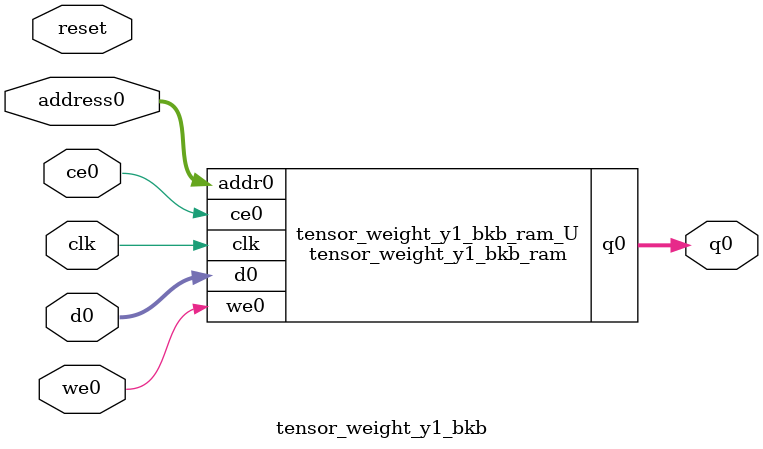
<source format=v>

`timescale 1 ns / 1 ps
module tensor_weight_y1_bkb_ram (addr0, ce0, d0, we0, q0,  clk);

parameter DWIDTH = 144;
parameter AWIDTH = 10;
parameter MEM_SIZE = 1024;

input[AWIDTH-1:0] addr0;
input ce0;
input[DWIDTH-1:0] d0;
input we0;
output reg[DWIDTH-1:0] q0;
input clk;

(* ram_style = "block" *)reg [DWIDTH-1:0] ram[0:MEM_SIZE-1];




always @(posedge clk)  
begin 
    if (ce0) 
    begin
        if (we0) 
        begin 
            ram[addr0] <= d0; 
            q0 <= d0;
        end 
        else 
            q0 <= ram[addr0];
    end
end


endmodule


`timescale 1 ns / 1 ps
module tensor_weight_y1_bkb(
    reset,
    clk,
    address0,
    ce0,
    we0,
    d0,
    q0);

parameter DataWidth = 32'd144;
parameter AddressRange = 32'd1024;
parameter AddressWidth = 32'd10;
input reset;
input clk;
input[AddressWidth - 1:0] address0;
input ce0;
input we0;
input[DataWidth - 1:0] d0;
output[DataWidth - 1:0] q0;



tensor_weight_y1_bkb_ram tensor_weight_y1_bkb_ram_U(
    .clk( clk ),
    .addr0( address0 ),
    .ce0( ce0 ),
    .we0( we0 ),
    .d0( d0 ),
    .q0( q0 ));

endmodule


</source>
